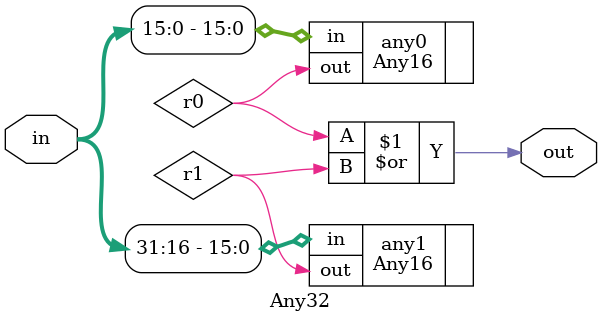
<source format=v>
`ifndef GUARD_ANY32_V
`define GUARD_ANY32_V

`include "Any16.v"

module Any32 (
    in,
    out
);

    input [31:0] in;
    output out;

    wire r0;
    wire r1;

    Any16 any0 (
        .in(in[15:0]),
        .out(r0)
    );
    Any16 any1 (
        .in(in[31:16]),
        .out(r1)
    );

    assign out = r0 | r1;

endmodule // Any32

`endif

</source>
